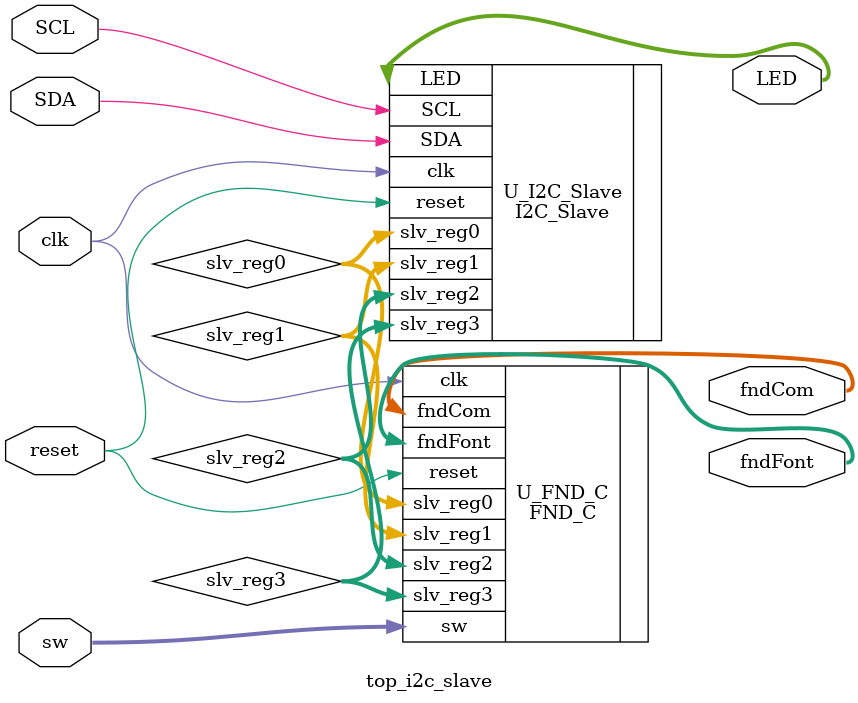
<source format=v>
`timescale 1ns / 1ps

module top_i2c_slave(
    input clk,
    input reset,
    input [3:0] sw,
    input SCL,
    inout SDA,
    output [7:0] fndFont,
    output [3:0] fndCom,
    output [15:0] LED
    );

    wire [7:0] slv_reg0;
    wire [7:0] slv_reg1;
    wire [7:0] slv_reg2;
    wire [7:0] slv_reg3;

    I2C_Slave U_I2C_Slave(
    .clk(clk),
    .reset(reset),
    .SCL(SCL),
    .SDA(SDA),
    .LED(LED),
    .slv_reg0(slv_reg0),
    .slv_reg1(slv_reg1),
    .slv_reg2(slv_reg2),
    .slv_reg3(slv_reg3)
    );

    FND_C U_FND_C(
    .clk(clk), 
    .reset(reset),
    .sw(sw),
    .slv_reg0(slv_reg0),
    .slv_reg1(slv_reg1),
    .slv_reg2(slv_reg2),
    .slv_reg3(slv_reg3),
    .fndFont(fndFont),
    .fndCom(fndCom)
    );

endmodule
</source>
